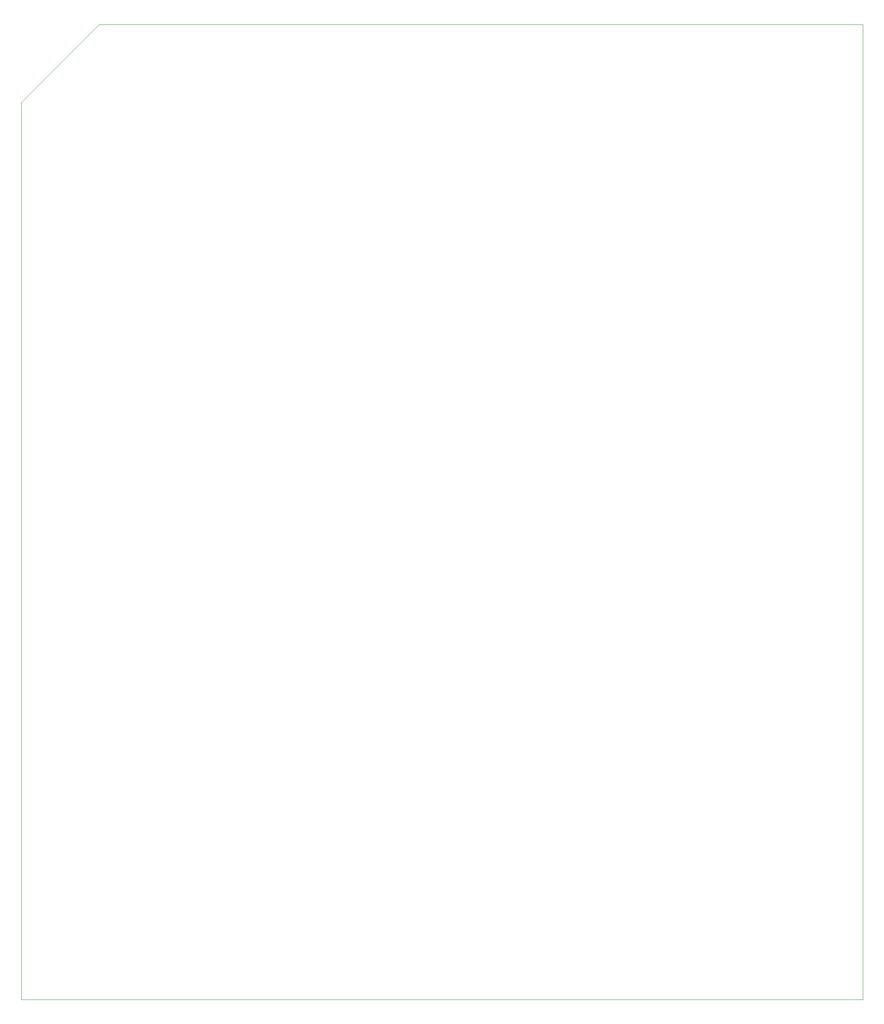
<source format=gm1>
G04 #@! TF.GenerationSoftware,KiCad,Pcbnew,8.0.5*
G04 #@! TF.CreationDate,2025-12-20T20:43:01-08:00*
G04 #@! TF.ProjectId,URBAN_CELL_BOARD,55524241-4e5f-4434-954c-4c5f424f4152,rev?*
G04 #@! TF.SameCoordinates,Original*
G04 #@! TF.FileFunction,Profile,NP*
%FSLAX46Y46*%
G04 Gerber Fmt 4.6, Leading zero omitted, Abs format (unit mm)*
G04 Created by KiCad (PCBNEW 8.0.5) date 2025-12-20 20:43:01*
%MOMM*%
%LPD*%
G01*
G04 APERTURE LIST*
G04 #@! TA.AperFunction,Profile*
%ADD10C,0.100000*%
G04 #@! TD*
G04 APERTURE END LIST*
D10*
X92861212Y-79293384D02*
X251540500Y-79293384D01*
X76740212Y-281584000D02*
X251540500Y-281584000D01*
X251540500Y-79293384D02*
X251540500Y-281584000D01*
X76740212Y-95414384D02*
X76740212Y-281584000D01*
X76740212Y-95414384D02*
X92861212Y-79293384D01*
M02*

</source>
